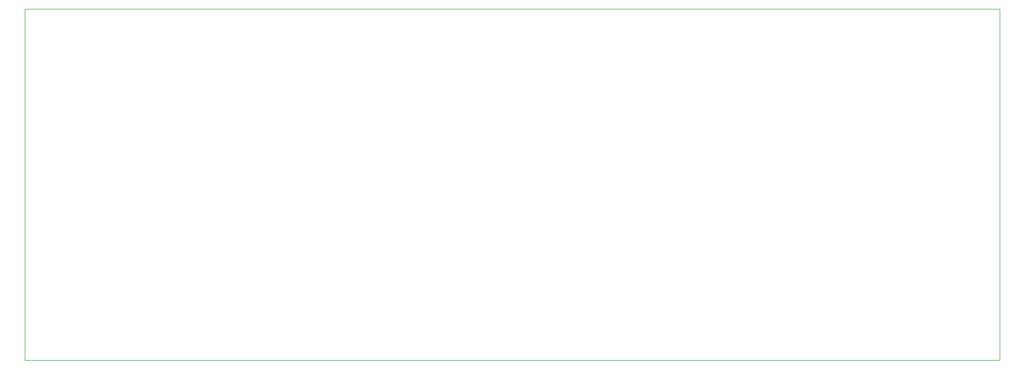
<source format=gbr>
%TF.GenerationSoftware,KiCad,Pcbnew,(6.0.2)*%
%TF.CreationDate,2022-06-14T20:32:42+02:00*%
%TF.ProjectId,SB-Spoko Bezpieczniki,53422d53-706f-46b6-9f20-42657a706965,rev?*%
%TF.SameCoordinates,Original*%
%TF.FileFunction,Profile,NP*%
%FSLAX46Y46*%
G04 Gerber Fmt 4.6, Leading zero omitted, Abs format (unit mm)*
G04 Created by KiCad (PCBNEW (6.0.2)) date 2022-06-14 20:32:42*
%MOMM*%
%LPD*%
G01*
G04 APERTURE LIST*
%TA.AperFunction,Profile*%
%ADD10C,0.100000*%
%TD*%
G04 APERTURE END LIST*
D10*
X83620000Y-70000000D02*
X83620000Y-130000000D01*
X151860000Y-70000000D02*
X83620000Y-70000000D01*
X83620000Y-130000000D02*
X250000000Y-130000000D01*
X250000000Y-130000000D02*
X250000000Y-70000000D01*
X250000000Y-70000000D02*
X151860000Y-70000000D01*
M02*

</source>
